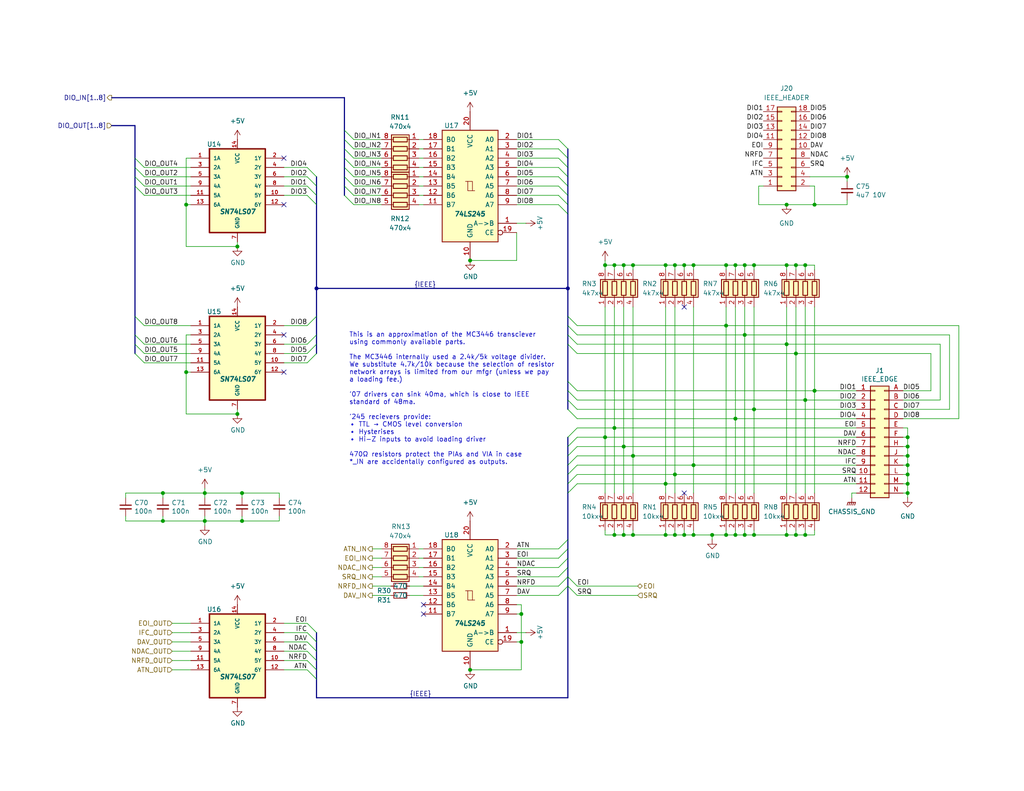
<source format=kicad_sch>
(kicad_sch (version 20231120) (generator "eeschema") (generator_version "8.0")
  (paper "A")
  (title_block (title "EconoPET 40/8096") (date "2023-10-01") (rev "A") (comment 1 "Unspecified resistors rated for 62.5mW or more") (comment 2 "Unspecified capacitors rated for 25V or more") (comment 3 "Signals with B-prefix are level-shifted from 3V3 to 5V"))
  (bus_alias "IEEE" (members "ATN" "EOI" "NDAC" "SRQ" "NRFD" "DAV" "IFC" "DIO8" "DIO1" "DIO2" "DIO3" "DIO4" "DIO5" "DIO6" "DIO7"))
  (bus_alias "IEEE_IN" (members "DAV_IN" "NRFD_IN" "NDAC_IN" "ATN_IN" "EOI_IN" "SRQ_IN"))
  (junction (at 247.65 132.08))
  (junction (at 128.27 71.12))
  (junction (at 222.25 106.68))
  (junction (at 184.15 129.54))
  (junction (at 247.65 129.54))
  (junction (at 189.23 127))
  (junction (at 44.45 134.62))
  (junction (at 200.66 72.39))
  (junction (at 214.63 72.39))
  (junction (at 66.04 134.62))
  (junction (at 205.74 111.76))
  (junction (at 167.64 116.84))
  (junction (at 214.63 93.98))
  (junction (at 167.64 72.39))
  (junction (at 86.36 78.74))
  (junction (at 247.65 127))
  (junction (at 189.23 146.05))
  (junction (at 184.15 146.05))
  (junction (at 64.77 67.31))
  (junction (at 50.8 101.6))
  (junction (at 170.18 146.05))
  (junction (at 247.65 121.92))
  (junction (at 217.17 72.39))
  (junction (at 247.65 134.62))
  (junction (at 198.12 146.05))
  (junction (at 231.14 48.26))
  (junction (at 55.88 142.24))
  (junction (at 128.27 182.88))
  (junction (at 205.74 146.05))
  (junction (at 200.66 146.05))
  (junction (at 203.2 91.44))
  (junction (at 181.61 146.05))
  (junction (at 165.1 119.38))
  (junction (at 181.61 72.39))
  (junction (at 142.24 175.26))
  (junction (at 172.72 146.05))
  (junction (at 66.04 142.24))
  (junction (at 167.64 146.05))
  (junction (at 154.94 78.74))
  (junction (at 64.77 113.03))
  (junction (at 214.63 146.05))
  (junction (at 170.18 72.39))
  (junction (at 203.2 72.39))
  (junction (at 214.63 55.88))
  (junction (at 219.71 72.39))
  (junction (at 198.12 72.39))
  (junction (at 170.18 121.92))
  (junction (at 142.24 167.64))
  (junction (at 203.2 146.05))
  (junction (at 200.66 114.3))
  (junction (at 181.61 132.08))
  (junction (at 247.65 119.38))
  (junction (at 172.72 124.46))
  (junction (at 194.31 146.05))
  (junction (at 222.25 55.88))
  (junction (at 186.69 72.39))
  (junction (at 217.17 146.05))
  (junction (at 189.23 72.39))
  (junction (at 186.69 146.05))
  (junction (at 217.17 96.52))
  (junction (at 247.65 124.46))
  (junction (at 219.71 146.05))
  (junction (at 184.15 72.39))
  (junction (at 172.72 72.39))
  (junction (at 219.71 109.22))
  (junction (at 205.74 72.39))
  (junction (at 50.8 55.88))
  (junction (at 44.45 142.24))
  (junction (at 165.1 72.39))
  (junction (at 198.12 88.9))
  (junction (at 55.88 134.62))
  (no_connect (at 77.47 91.44))
  (no_connect (at 77.47 101.6))
  (no_connect (at 77.47 55.88))
  (no_connect (at 77.47 43.18))
  (no_connect (at 186.69 83.82))
  (no_connect (at 115.57 165.1))
  (no_connect (at 115.57 167.64))
  (no_connect (at 186.69 134.62))
  (bus_entry (at 154.94 111.76) (size 2.54 2.54))
  (bus_entry (at 36.83 50.8) (size 2.54 2.54))
  (bus_entry (at 36.83 48.26) (size 2.54 2.54))
  (bus_entry (at 86.36 175.26) (size -2.54 -2.54))
  (bus_entry (at 36.83 86.36) (size 2.54 2.54))
  (bus_entry (at 152.4 55.88) (size 2.54 2.54))
  (bus_entry (at 152.4 38.1) (size 2.54 2.54))
  (bus_entry (at 154.94 127) (size 2.54 -2.54))
  (bus_entry (at 154.94 119.38) (size 2.54 -2.54))
  (bus_entry (at 93.98 43.18) (size 2.54 2.54))
  (bus_entry (at 152.4 40.64) (size 2.54 2.54))
  (bus_entry (at 154.94 132.08) (size 2.54 -2.54))
  (bus_entry (at 154.94 106.68) (size 2.54 2.54))
  (bus_entry (at 152.4 50.8) (size 2.54 2.54))
  (bus_entry (at 93.98 50.8) (size 2.54 2.54))
  (bus_entry (at 157.48 96.52) (size -2.54 -2.54))
  (bus_entry (at 152.4 43.18) (size 2.54 2.54))
  (bus_entry (at 93.98 53.34) (size 2.54 2.54))
  (bus_entry (at 93.98 38.1) (size 2.54 2.54))
  (bus_entry (at 86.36 48.26) (size -2.54 -2.54))
  (bus_entry (at 157.48 93.98) (size -2.54 -2.54))
  (bus_entry (at 152.4 45.72) (size 2.54 2.54))
  (bus_entry (at 36.83 93.98) (size 2.54 2.54))
  (bus_entry (at 154.94 152.4) (size -2.54 2.54))
  (bus_entry (at 83.82 93.98) (size 2.54 -2.54))
  (bus_entry (at 154.94 134.62) (size 2.54 -2.54))
  (bus_entry (at 86.36 180.34) (size -2.54 -2.54))
  (bus_entry (at 93.98 40.64) (size 2.54 2.54))
  (bus_entry (at 154.94 157.48) (size -2.54 2.54))
  (bus_entry (at 86.36 50.8) (size -2.54 -2.54))
  (bus_entry (at 93.98 45.72) (size 2.54 2.54))
  (bus_entry (at 154.94 121.92) (size 2.54 -2.54))
  (bus_entry (at 152.4 53.34) (size 2.54 2.54))
  (bus_entry (at 86.36 185.42) (size -2.54 -2.54))
  (bus_entry (at 36.83 45.72) (size 2.54 2.54))
  (bus_entry (at 86.36 86.36) (size -2.54 2.54))
  (bus_entry (at 93.98 48.26) (size 2.54 2.54))
  (bus_entry (at 36.83 96.52) (size 2.54 2.54))
  (bus_entry (at 154.94 147.32) (size -2.54 2.54))
  (bus_entry (at 86.36 55.88) (size -2.54 -2.54))
  (bus_entry (at 36.83 43.18) (size 2.54 2.54))
  (bus_entry (at 154.94 154.94) (size -2.54 2.54))
  (bus_entry (at 83.82 99.06) (size 2.54 -2.54))
  (bus_entry (at 86.36 182.88) (size -2.54 -2.54))
  (bus_entry (at 154.94 160.02) (size 2.54 2.54))
  (bus_entry (at 154.94 157.48) (size 2.54 2.54))
  (bus_entry (at 157.48 88.9) (size -2.54 -2.54))
  (bus_entry (at 86.36 53.34) (size -2.54 -2.54))
  (bus_entry (at 154.94 124.46) (size 2.54 -2.54))
  (bus_entry (at 86.36 93.98) (size -2.54 2.54))
  (bus_entry (at 86.36 177.8) (size -2.54 -2.54))
  (bus_entry (at 86.36 172.72) (size -2.54 -2.54))
  (bus_entry (at 93.98 35.56) (size 2.54 2.54))
  (bus_entry (at 152.4 48.26) (size 2.54 2.54))
  (bus_entry (at 154.94 149.86) (size -2.54 2.54))
  (bus_entry (at 36.83 91.44) (size 2.54 2.54))
  (bus_entry (at 154.94 109.22) (size 2.54 2.54))
  (bus_entry (at 154.94 129.54) (size 2.54 -2.54))
  (bus_entry (at 154.94 160.02) (size -2.54 2.54))
  (bus_entry (at 154.94 104.14) (size 2.54 2.54))
  (bus_entry (at 157.48 91.44) (size -2.54 -2.54))
  (wire (pts (xy 214.63 93.98) (xy 214.63 134.62)))
  (wire (pts (xy 157.48 93.98) (xy 214.63 93.98)))
  (wire (pts (xy 172.72 83.82) (xy 172.72 124.46)))
  (wire (pts (xy 246.38 132.08) (xy 247.65 132.08)))
  (wire (pts (xy 181.61 72.39) (xy 181.61 73.66)))
  (wire (pts (xy 203.2 91.44) (xy 157.48 91.44)))
  (wire (pts (xy 219.71 83.82) (xy 219.71 109.22)))
  (bus (pts (xy 154.94 149.86) (xy 154.94 152.4)))
  (wire (pts (xy 181.61 83.82) (xy 181.61 132.08)))
  (wire (pts (xy 198.12 88.9) (xy 157.48 88.9)))
  (wire (pts (xy 247.65 121.92) (xy 247.65 124.46)))
  (wire (pts (xy 231.14 48.26) (xy 231.14 49.53)))
  (wire (pts (xy 114.3 154.94) (xy 115.57 154.94)))
  (wire (pts (xy 205.74 146.05) (xy 214.63 146.05)))
  (wire (pts (xy 217.17 72.39) (xy 219.71 72.39)))
  (bus (pts (xy 86.36 91.44) (xy 86.36 93.98)))
  (wire (pts (xy 55.88 133.35) (xy 55.88 134.62)))
  (bus (pts (xy 154.94 152.4) (xy 154.94 154.94)))
  (wire (pts (xy 247.65 116.84) (xy 247.65 119.38)))
  (wire (pts (xy 76.2 134.62) (xy 76.2 135.89)))
  (wire (pts (xy 39.37 93.98) (xy 52.07 93.98)))
  (wire (pts (xy 219.71 72.39) (xy 222.25 72.39)))
  (bus (pts (xy 93.98 40.64) (xy 93.98 43.18)))
  (bus (pts (xy 154.94 124.46) (xy 154.94 127)))
  (bus (pts (xy 93.98 48.26) (xy 93.98 50.8)))
  (wire (pts (xy 167.64 116.84) (xy 167.64 134.62)))
  (wire (pts (xy 66.04 140.97) (xy 66.04 142.24)))
  (wire (pts (xy 157.48 132.08) (xy 181.61 132.08)))
  (bus (pts (xy 154.94 121.92) (xy 154.94 124.46)))
  (wire (pts (xy 200.66 83.82) (xy 200.66 114.3)))
  (bus (pts (xy 154.94 40.64) (xy 154.94 43.18)))
  (wire (pts (xy 172.72 124.46) (xy 233.68 124.46)))
  (wire (pts (xy 128.27 182.88) (xy 142.24 182.88)))
  (bus (pts (xy 86.36 86.36) (xy 86.36 91.44)))
  (wire (pts (xy 39.37 53.34) (xy 52.07 53.34)))
  (bus (pts (xy 154.94 104.14) (xy 154.94 106.68)))
  (wire (pts (xy 246.38 121.92) (xy 247.65 121.92)))
  (wire (pts (xy 189.23 127) (xy 233.68 127)))
  (wire (pts (xy 77.47 172.72) (xy 83.82 172.72)))
  (wire (pts (xy 203.2 146.05) (xy 205.74 146.05)))
  (wire (pts (xy 194.31 147.32) (xy 194.31 146.05)))
  (wire (pts (xy 96.52 38.1) (xy 104.14 38.1)))
  (wire (pts (xy 165.1 72.39) (xy 167.64 72.39)))
  (wire (pts (xy 214.63 83.82) (xy 214.63 93.98)))
  (wire (pts (xy 189.23 83.82) (xy 189.23 127)))
  (wire (pts (xy 157.48 124.46) (xy 172.72 124.46)))
  (wire (pts (xy 189.23 144.78) (xy 189.23 146.05)))
  (wire (pts (xy 44.45 140.97) (xy 44.45 142.24)))
  (wire (pts (xy 157.48 119.38) (xy 165.1 119.38)))
  (wire (pts (xy 246.38 109.22) (xy 256.54 109.22)))
  (wire (pts (xy 66.04 135.89) (xy 66.04 134.62)))
  (wire (pts (xy 39.37 88.9) (xy 52.07 88.9)))
  (wire (pts (xy 247.65 127) (xy 247.65 129.54)))
  (bus (pts (xy 36.83 91.44) (xy 36.83 93.98)))
  (wire (pts (xy 167.64 146.05) (xy 170.18 146.05)))
  (wire (pts (xy 172.72 124.46) (xy 172.72 134.62)))
  (wire (pts (xy 181.61 132.08) (xy 181.61 134.62)))
  (wire (pts (xy 44.45 134.62) (xy 55.88 134.62)))
  (bus (pts (xy 93.98 26.67) (xy 93.98 35.56)))
  (wire (pts (xy 217.17 96.52) (xy 254 96.52)))
  (bus (pts (xy 93.98 45.72) (xy 93.98 48.26)))
  (wire (pts (xy 83.82 177.8) (xy 77.47 177.8)))
  (wire (pts (xy 170.18 146.05) (xy 172.72 146.05)))
  (wire (pts (xy 219.71 144.78) (xy 219.71 146.05)))
  (bus (pts (xy 154.94 147.32) (xy 154.94 149.86)))
  (wire (pts (xy 172.72 144.78) (xy 172.72 146.05)))
  (bus (pts (xy 86.36 180.34) (xy 86.36 182.88)))
  (wire (pts (xy 261.62 114.3) (xy 261.62 88.9)))
  (wire (pts (xy 39.37 45.72) (xy 52.07 45.72)))
  (wire (pts (xy 142.24 167.64) (xy 142.24 175.26)))
  (wire (pts (xy 115.57 157.48) (xy 114.3 157.48)))
  (wire (pts (xy 39.37 50.8) (xy 52.07 50.8)))
  (wire (pts (xy 170.18 144.78) (xy 170.18 146.05)))
  (bus (pts (xy 86.36 55.88) (xy 86.36 78.74)))
  (bus (pts (xy 93.98 35.56) (xy 93.98 38.1)))
  (wire (pts (xy 140.97 162.56) (xy 152.4 162.56)))
  (wire (pts (xy 170.18 72.39) (xy 172.72 72.39)))
  (wire (pts (xy 259.08 111.76) (xy 259.08 91.44)))
  (wire (pts (xy 246.38 134.62) (xy 247.65 134.62)))
  (wire (pts (xy 114.3 40.64) (xy 115.57 40.64)))
  (wire (pts (xy 77.47 45.72) (xy 83.82 45.72)))
  (wire (pts (xy 46.99 172.72) (xy 52.07 172.72)))
  (wire (pts (xy 184.15 129.54) (xy 184.15 134.62)))
  (wire (pts (xy 246.38 129.54) (xy 247.65 129.54)))
  (wire (pts (xy 167.64 116.84) (xy 233.68 116.84)))
  (wire (pts (xy 142.24 175.26) (xy 142.24 182.88)))
  (bus (pts (xy 154.94 45.72) (xy 154.94 48.26)))
  (wire (pts (xy 219.71 109.22) (xy 233.68 109.22)))
  (wire (pts (xy 140.97 71.12) (xy 128.27 71.12)))
  (wire (pts (xy 140.97 152.4) (xy 152.4 152.4)))
  (bus (pts (xy 154.94 58.42) (xy 154.94 78.74)))
  (wire (pts (xy 96.52 55.88) (xy 104.14 55.88)))
  (bus (pts (xy 86.36 93.98) (xy 86.36 96.52)))
  (wire (pts (xy 140.97 63.5) (xy 140.97 71.12)))
  (bus (pts (xy 154.94 160.02) (xy 154.94 190.5)))
  (wire (pts (xy 246.38 124.46) (xy 247.65 124.46)))
  (wire (pts (xy 198.12 83.82) (xy 198.12 88.9)))
  (wire (pts (xy 198.12 146.05) (xy 200.66 146.05)))
  (bus (pts (xy 154.94 154.94) (xy 154.94 157.48)))
  (wire (pts (xy 203.2 91.44) (xy 203.2 134.62)))
  (wire (pts (xy 157.48 96.52) (xy 217.17 96.52)))
  (wire (pts (xy 165.1 73.66) (xy 165.1 72.39)))
  (wire (pts (xy 34.29 134.62) (xy 44.45 134.62)))
  (wire (pts (xy 66.04 142.24) (xy 55.88 142.24)))
  (wire (pts (xy 96.52 48.26) (xy 104.14 48.26)))
  (wire (pts (xy 114.3 38.1) (xy 115.57 38.1)))
  (wire (pts (xy 232.41 134.62) (xy 232.41 135.89)))
  (wire (pts (xy 207.01 50.8) (xy 208.28 50.8)))
  (wire (pts (xy 247.65 132.08) (xy 247.65 134.62)))
  (wire (pts (xy 198.12 88.9) (xy 198.12 134.62)))
  (wire (pts (xy 157.48 109.22) (xy 219.71 109.22)))
  (wire (pts (xy 246.38 114.3) (xy 261.62 114.3)))
  (bus (pts (xy 86.36 78.74) (xy 86.36 86.36)))
  (wire (pts (xy 83.82 96.52) (xy 77.47 96.52)))
  (wire (pts (xy 77.47 93.98) (xy 83.82 93.98)))
  (wire (pts (xy 203.2 144.78) (xy 203.2 146.05)))
  (wire (pts (xy 76.2 142.24) (xy 66.04 142.24)))
  (wire (pts (xy 140.97 165.1) (xy 142.24 165.1)))
  (wire (pts (xy 222.25 72.39) (xy 222.25 73.66)))
  (wire (pts (xy 39.37 99.06) (xy 52.07 99.06)))
  (wire (pts (xy 167.64 72.39) (xy 170.18 72.39)))
  (wire (pts (xy 96.52 53.34) (xy 104.14 53.34)))
  (wire (pts (xy 96.52 50.8) (xy 104.14 50.8)))
  (wire (pts (xy 181.61 132.08) (xy 233.68 132.08)))
  (wire (pts (xy 96.52 40.64) (xy 104.14 40.64)))
  (bus (pts (xy 36.83 34.29) (xy 36.83 43.18)))
  (wire (pts (xy 205.74 72.39) (xy 214.63 72.39)))
  (bus (pts (xy 154.94 55.88) (xy 154.94 58.42)))
  (wire (pts (xy 246.38 106.68) (xy 254 106.68)))
  (wire (pts (xy 200.66 114.3) (xy 200.66 134.62)))
  (wire (pts (xy 217.17 144.78) (xy 217.17 146.05)))
  (bus (pts (xy 93.98 50.8) (xy 93.98 53.34)))
  (wire (pts (xy 50.8 43.18) (xy 50.8 55.88)))
  (wire (pts (xy 205.74 83.82) (xy 205.74 111.76)))
  (bus (pts (xy 36.83 93.98) (xy 36.83 96.52)))
  (wire (pts (xy 184.15 129.54) (xy 233.68 129.54)))
  (bus (pts (xy 36.83 86.36) (xy 36.83 91.44)))
  (wire (pts (xy 205.74 111.76) (xy 205.74 134.62)))
  (wire (pts (xy 140.97 157.48) (xy 152.4 157.48)))
  (wire (pts (xy 219.71 146.05) (xy 222.25 146.05)))
  (wire (pts (xy 247.65 124.46) (xy 247.65 127)))
  (bus (pts (xy 154.94 78.74) (xy 154.94 86.36)))
  (wire (pts (xy 214.63 55.88) (xy 222.25 55.88)))
  (wire (pts (xy 261.62 88.9) (xy 198.12 88.9)))
  (wire (pts (xy 34.29 142.24) (xy 34.29 140.97)))
  (bus (pts (xy 36.83 48.26) (xy 36.83 50.8)))
  (wire (pts (xy 207.01 55.88) (xy 207.01 50.8)))
  (wire (pts (xy 231.14 54.61) (xy 231.14 55.88)))
  (bus (pts (xy 154.94 86.36) (xy 154.94 88.9)))
  (wire (pts (xy 157.48 116.84) (xy 167.64 116.84)))
  (bus (pts (xy 36.83 50.8) (xy 36.83 86.36)))
  (wire (pts (xy 140.97 172.72) (xy 143.51 172.72)))
  (wire (pts (xy 115.57 50.8) (xy 114.3 50.8)))
  (wire (pts (xy 165.1 119.38) (xy 165.1 134.62)))
  (wire (pts (xy 140.97 55.88) (xy 152.4 55.88)))
  (wire (pts (xy 140.97 149.86) (xy 152.4 149.86)))
  (wire (pts (xy 34.29 142.24) (xy 44.45 142.24)))
  (bus (pts (xy 86.36 78.74) (xy 154.94 78.74)))
  (wire (pts (xy 140.97 154.94) (xy 152.4 154.94)))
  (wire (pts (xy 83.82 99.06) (xy 77.47 99.06)))
  (wire (pts (xy 181.61 146.05) (xy 184.15 146.05)))
  (wire (pts (xy 222.25 106.68) (xy 233.68 106.68)))
  (wire (pts (xy 246.38 127) (xy 247.65 127)))
  (wire (pts (xy 184.15 144.78) (xy 184.15 146.05)))
  (wire (pts (xy 104.14 154.94) (xy 101.6 154.94)))
  (wire (pts (xy 140.97 60.96) (xy 143.51 60.96)))
  (wire (pts (xy 222.25 106.68) (xy 222.25 134.62)))
  (wire (pts (xy 246.38 119.38) (xy 247.65 119.38)))
  (wire (pts (xy 140.97 53.34) (xy 152.4 53.34)))
  (wire (pts (xy 55.88 135.89) (xy 55.88 134.62)))
  (bus (pts (xy 86.36 53.34) (xy 86.36 55.88)))
  (wire (pts (xy 170.18 83.82) (xy 170.18 121.92)))
  (wire (pts (xy 142.24 165.1) (xy 142.24 167.64)))
  (bus (pts (xy 154.94 43.18) (xy 154.94 45.72)))
  (wire (pts (xy 157.48 127) (xy 189.23 127)))
  (bus (pts (xy 154.94 119.38) (xy 154.94 121.92)))
  (wire (pts (xy 247.65 119.38) (xy 247.65 121.92)))
  (wire (pts (xy 220.98 50.8) (xy 222.25 50.8)))
  (bus (pts (xy 86.36 182.88) (xy 86.36 185.42)))
  (wire (pts (xy 198.12 72.39) (xy 198.12 73.66)))
  (wire (pts (xy 189.23 72.39) (xy 198.12 72.39)))
  (bus (pts (xy 154.94 53.34) (xy 154.94 55.88)))
  (wire (pts (xy 140.97 50.8) (xy 152.4 50.8)))
  (wire (pts (xy 232.41 134.62) (xy 233.68 134.62)))
  (wire (pts (xy 205.74 144.78) (xy 205.74 146.05)))
  (wire (pts (xy 165.1 71.12) (xy 165.1 72.39)))
  (wire (pts (xy 205.74 72.39) (xy 205.74 73.66)))
  (wire (pts (xy 165.1 119.38) (xy 233.68 119.38)))
  (wire (pts (xy 157.48 121.92) (xy 170.18 121.92)))
  (wire (pts (xy 203.2 72.39) (xy 205.74 72.39)))
  (wire (pts (xy 189.23 127) (xy 189.23 134.62)))
  (wire (pts (xy 186.69 72.39) (xy 186.69 73.66)))
  (wire (pts (xy 77.47 170.18) (xy 83.82 170.18)))
  (wire (pts (xy 214.63 72.39) (xy 214.63 73.66)))
  (wire (pts (xy 115.57 55.88) (xy 114.3 55.88)))
  (bus (pts (xy 86.36 185.42) (xy 86.36 190.5)))
  (bus (pts (xy 154.94 93.98) (xy 154.94 104.14)))
  (wire (pts (xy 200.66 72.39) (xy 200.66 73.66)))
  (wire (pts (xy 167.64 83.82) (xy 167.64 116.84)))
  (wire (pts (xy 142.24 175.26) (xy 140.97 175.26)))
  (wire (pts (xy 50.8 55.88) (xy 50.8 67.31)))
  (bus (pts (xy 36.83 45.72) (xy 36.83 48.26)))
  (bus (pts (xy 154.94 48.26) (xy 154.94 50.8)))
  (wire (pts (xy 181.61 144.78) (xy 181.61 146.05)))
  (wire (pts (xy 50.8 67.31) (xy 64.77 67.31)))
  (wire (pts (xy 114.3 152.4) (xy 115.57 152.4)))
  (wire (pts (xy 39.37 48.26) (xy 52.07 48.26)))
  (wire (pts (xy 111.76 162.56) (xy 115.57 162.56)))
  (wire (pts (xy 189.23 72.39) (xy 189.23 73.66)))
  (wire (pts (xy 256.54 93.98) (xy 256.54 109.22)))
  (wire (pts (xy 165.1 83.82) (xy 165.1 119.38)))
  (wire (pts (xy 77.47 180.34) (xy 83.82 180.34)))
  (bus (pts (xy 93.98 43.18) (xy 93.98 45.72)))
  (wire (pts (xy 157.48 106.68) (xy 222.25 106.68)))
  (wire (pts (xy 66.04 134.62) (xy 76.2 134.62)))
  (wire (pts (xy 203.2 83.82) (xy 203.2 91.44)))
  (bus (pts (xy 36.83 43.18) (xy 36.83 45.72)))
  (wire (pts (xy 214.63 93.98) (xy 256.54 93.98)))
  (wire (pts (xy 167.64 72.39) (xy 167.64 73.66)))
  (wire (pts (xy 247.65 129.54) (xy 247.65 132.08)))
  (bus (pts (xy 154.94 91.44) (xy 154.94 93.98)))
  (wire (pts (xy 198.12 144.78) (xy 198.12 146.05)))
  (wire (pts (xy 186.69 72.39) (xy 189.23 72.39)))
  (bus (pts (xy 86.36 50.8) (xy 86.36 53.34)))
  (wire (pts (xy 205.74 111.76) (xy 233.68 111.76)))
  (wire (pts (xy 247.65 134.62) (xy 247.65 135.89)))
  (wire (pts (xy 50.8 91.44) (xy 50.8 101.6)))
  (wire (pts (xy 189.23 146.05) (xy 194.31 146.05)))
  (wire (pts (xy 214.63 144.78) (xy 214.63 146.05)))
  (bus (pts (xy 154.94 132.08) (xy 154.94 134.62)))
  (wire (pts (xy 83.82 50.8) (xy 77.47 50.8)))
  (wire (pts (xy 157.48 114.3) (xy 200.66 114.3)))
  (wire (pts (xy 157.48 162.56) (xy 173.99 162.56)))
  (wire (pts (xy 64.77 113.03) (xy 64.77 111.76)))
  (wire (pts (xy 165.1 146.05) (xy 167.64 146.05)))
  (wire (pts (xy 157.48 160.02) (xy 173.99 160.02)))
  (wire (pts (xy 170.18 121.92) (xy 170.18 134.62)))
  (wire (pts (xy 76.2 140.97) (xy 76.2 142.24)))
  (wire (pts (xy 52.07 43.18) (xy 50.8 43.18)))
  (wire (pts (xy 46.99 177.8) (xy 52.07 177.8)))
  (wire (pts (xy 184.15 72.39) (xy 186.69 72.39)))
  (wire (pts (xy 140.97 40.64) (xy 152.4 40.64)))
  (wire (pts (xy 77.47 53.34) (xy 83.82 53.34)))
  (wire (pts (xy 44.45 142.24) (xy 55.88 142.24)))
  (wire (pts (xy 181.61 72.39) (xy 184.15 72.39)))
  (wire (pts (xy 172.72 72.39) (xy 172.72 73.66)))
  (wire (pts (xy 259.08 91.44) (xy 203.2 91.44)))
  (wire (pts (xy 96.52 45.72) (xy 104.14 45.72)))
  (wire (pts (xy 140.97 43.18) (xy 152.4 43.18)))
  (bus (pts (xy 86.36 172.72) (xy 86.36 175.26)))
  (wire (pts (xy 114.3 43.18) (xy 115.57 43.18)))
  (bus (pts (xy 154.94 88.9) (xy 154.94 91.44)))
  (wire (pts (xy 44.45 135.89) (xy 44.45 134.62)))
  (wire (pts (xy 55.88 134.62) (xy 66.04 134.62)))
  (wire (pts (xy 52.07 91.44) (xy 50.8 91.44)))
  (wire (pts (xy 214.63 72.39) (xy 217.17 72.39)))
  (wire (pts (xy 222.25 146.05) (xy 222.25 144.78)))
  (wire (pts (xy 184.15 83.82) (xy 184.15 129.54)))
  (wire (pts (xy 217.17 72.39) (xy 217.17 73.66)))
  (wire (pts (xy 165.1 144.78) (xy 165.1 146.05)))
  (bus (pts (xy 154.94 127) (xy 154.94 129.54)))
  (wire (pts (xy 217.17 83.82) (xy 217.17 96.52)))
  (wire (pts (xy 170.18 72.39) (xy 170.18 73.66)))
  (wire (pts (xy 157.48 111.76) (xy 205.74 111.76)))
  (wire (pts (xy 114.3 149.86) (xy 115.57 149.86)))
  (wire (pts (xy 140.97 38.1) (xy 152.4 38.1)))
  (wire (pts (xy 104.14 149.86) (xy 101.6 149.86)))
  (wire (pts (xy 114.3 48.26) (xy 115.57 48.26)))
  (wire (pts (xy 203.2 72.39) (xy 203.2 73.66)))
  (wire (pts (xy 219.71 109.22) (xy 219.71 134.62)))
  (wire (pts (xy 106.68 162.56) (xy 101.6 162.56)))
  (bus (pts (xy 154.94 50.8) (xy 154.94 53.34)))
  (wire (pts (xy 64.77 67.31) (xy 64.77 66.04)))
  (wire (pts (xy 219.71 72.39) (xy 219.71 73.66)))
  (wire (pts (xy 142.24 167.64) (xy 140.97 167.64)))
  (wire (pts (xy 114.3 53.34) (xy 115.57 53.34)))
  (wire (pts (xy 220.98 48.26) (xy 231.14 48.26)))
  (bus (pts (xy 86.36 177.8) (xy 86.36 180.34)))
  (wire (pts (xy 172.72 146.05) (xy 181.61 146.05)))
  (wire (pts (xy 46.99 170.18) (xy 52.07 170.18)))
  (wire (pts (xy 200.66 114.3) (xy 233.68 114.3)))
  (wire (pts (xy 115.57 45.72) (xy 114.3 45.72)))
  (wire (pts (xy 184.15 146.05) (xy 186.69 146.05)))
  (wire (pts (xy 214.63 146.05) (xy 217.17 146.05)))
  (wire (pts (xy 170.18 121.92) (xy 233.68 121.92)))
  (wire (pts (xy 200.66 72.39) (xy 203.2 72.39)))
  (wire (pts (xy 246.38 111.76) (xy 259.08 111.76)))
  (wire (pts (xy 55.88 140.97) (xy 55.88 142.24)))
  (wire (pts (xy 115.57 160.02) (xy 111.76 160.02)))
  (wire (pts (xy 214.63 55.88) (xy 207.01 55.88)))
  (wire (pts (xy 140.97 48.26) (xy 152.4 48.26)))
  (wire (pts (xy 50.8 113.03) (xy 64.77 113.03)))
  (wire (pts (xy 172.72 72.39) (xy 181.61 72.39)))
  (wire (pts (xy 198.12 72.39) (xy 200.66 72.39)))
  (wire (pts (xy 254 96.52) (xy 254 106.68)))
  (bus (pts (xy 154.94 106.68) (xy 154.94 109.22)))
  (wire (pts (xy 77.47 88.9) (xy 83.82 88.9)))
  (wire (pts (xy 83.82 48.26) (xy 77.47 48.26)))
  (wire (pts (xy 106.68 160.02) (xy 101.6 160.02)))
  (wire (pts (xy 140.97 160.02) (xy 152.4 160.02)))
  (wire (pts (xy 46.99 182.88) (xy 52.07 182.88)))
  (wire (pts (xy 46.99 180.34) (xy 52.07 180.34)))
  (wire (pts (xy 222.25 83.82) (xy 222.25 106.68)))
  (wire (pts (xy 46.99 175.26) (xy 52.07 175.26)))
  (bus (pts (xy 30.48 26.67) (xy 93.98 26.67)))
  (wire (pts (xy 83.82 182.88) (xy 77.47 182.88)))
  (wire (pts (xy 246.38 116.84) (xy 247.65 116.84)))
  (wire (pts (xy 217.17 96.52) (xy 217.17 134.62)))
  (wire (pts (xy 104.14 157.48) (xy 101.6 157.48)))
  (bus (pts (xy 154.94 134.62) (xy 154.94 147.32)))
  (wire (pts (xy 217.17 146.05) (xy 219.71 146.05)))
  (wire (pts (xy 96.52 43.18) (xy 104.14 43.18)))
  (bus (pts (xy 154.94 109.22) (xy 154.94 111.76)))
  (bus (pts (xy 30.48 34.29) (xy 36.83 34.29)))
  (wire (pts (xy 186.69 146.05) (xy 189.23 146.05)))
  (wire (pts (xy 157.48 129.54) (xy 184.15 129.54)))
  (wire (pts (xy 50.8 55.88) (xy 52.07 55.88)))
  (wire (pts (xy 50.8 101.6) (xy 50.8 113.03)))
  (wire (pts (xy 140.97 45.72) (xy 152.4 45.72)))
  (wire (pts (xy 50.8 101.6) (xy 52.07 101.6)))
  (wire (pts (xy 34.29 135.89) (xy 34.29 134.62)))
  (wire (pts (xy 184.15 72.39) (xy 184.15 73.66)))
  (wire (pts (xy 167.64 144.78) (xy 167.64 146.05)))
  (bus (pts (xy 93.98 38.1) (xy 93.98 40.64)))
  (bus (pts (xy 154.94 190.5) (xy 86.36 190.5)))
  (wire (pts (xy 186.69 144.78) (xy 186.69 146.05)))
  (wire (pts (xy 200.66 146.05) (xy 203.2 146.05)))
  (wire (pts (xy 83.82 175.26) (xy 77.47 175.26)))
  (bus (pts (xy 154.94 157.48) (xy 154.94 160.02)))
  (bus (pts (xy 86.36 175.26) (xy 86.36 177.8)))
  (wire (pts (xy 39.37 96.52) (xy 52.07 96.52)))
  (bus (pts (xy 154.94 129.54) (xy 154.94 132.08)))
  (wire (pts (xy 104.14 152.4) (xy 101.6 152.4)))
  (wire (pts (xy 222.25 50.8) (xy 222.25 55.88)))
  (wire (pts (xy 55.88 143.51) (xy 55.88 142.24)))
  (wire (pts (xy 200.66 144.78) (xy 200.66 146.05)))
  (wire (pts (xy 194.31 146.05) (xy 198.12 146.05)))
  (wire (pts (xy 222.25 55.88) (xy 231.14 55.88)))
  (bus (pts (xy 86.36 48.26) (xy 86.36 50.8)))
  (text "This is an approximation of the MC3446 transciever\nusing commonly available parts.\n\nThe MC3446 internally used a 2.4k/5k voltage divider.\nWe substitute 4.7k/10k because the selection of resistor\nnetwork arrays is limited from our mfgr (unless we pay\na loading fee.)\n\n'07 drivers can sink 40ma, which is close to IEEE\nstandard of 48ma.\n\n'245 recievers provide:\n• TTL → CMOS level conversion\n• Hysterises\n• Hi-Z inputs to avoid loading driver\n\n470Ω resistors protect the PIAs and VIA in case\n*_IN are accidentally configured as outputs." (at 95.25 127 0) (effects (font (size 1.27 1.27)) (justify left bottom)))
  (label "DIO7" (at 220.98 35.56 0))
  (label "DIO_IN6" (at 96.52 50.8 0))
  (label "DIO6" (at 140.97 50.8 0))
  (label "ATN" (at 208.28 48.26 180))
  (label "DIO6" (at 220.98 33.02 0))
  (label "DIO3" (at 233.68 111.76 180))
  (label "DIO1" (at 83.82 50.8 180))
  (label "DIO_IN3" (at 96.52 43.18 0))
  (label "DIO_OUT5" (at 39.37 96.52 0))
  (label "DIO1" (at 140.97 38.1 0))
  (label "IFC" (at 208.28 45.72 180))
  (label "DIO3" (at 83.82 53.34 180))
  (label "DIO1" (at 208.28 30.48 180))
  (label "DIO_IN8" (at 96.52 55.88 0))
  (label "DIO6" (at 83.82 93.98 180))
  (label "ATN" (at 233.68 132.08 180))
  (label "SRQ" (at 220.98 45.72 0))
  (label "DIO4" (at 233.68 114.3 180))
  (label "DIO_IN1" (at 96.52 38.1 0))
  (label "{IEEE}" (at 113.03 78.74 0))
  (label "DIO_OUT4" (at 39.37 45.72 0))
  (label "EOI" (at 140.97 152.4 0))
  (label "DIO4" (at 208.28 38.1 180))
  (label "{IEEE}" (at 111.76 190.5 0))
  (label "NRFD" (at 83.82 180.34 180))
  (label "DIO4" (at 140.97 45.72 0))
  (label "EOI" (at 83.82 170.18 180))
  (label "NDAC" (at 83.82 177.8 180))
  (label "DIO_OUT2" (at 39.37 48.26 0))
  (label "EOI" (at 208.28 40.64 180))
  (label "DIO6" (at 246.38 109.22 0))
  (label "NRFD" (at 233.68 121.92 180))
  (label "DIO_OUT3" (at 39.37 53.34 0))
  (label "DIO3" (at 208.28 35.56 180))
  (label "DIO3" (at 140.97 43.18 0))
  (label "IFC" (at 233.68 127 180))
  (label "IFC" (at 83.82 172.72 180))
  (label "DIO8" (at 140.97 55.88 0))
  (label "NDAC" (at 140.97 154.94 0))
  (label "SRQ" (at 157.48 162.56 0))
  (label "DIO_IN7" (at 96.52 53.34 0))
  (label "DIO_OUT7" (at 39.37 99.06 0))
  (label "DIO5" (at 140.97 48.26 0))
  (label "DAV" (at 220.98 40.64 0))
  (label "SRQ" (at 140.97 157.48 0))
  (label "NRFD" (at 140.97 160.02 0))
  (label "SRQ" (at 233.68 129.54 180))
  (label "ATN" (at 83.82 182.88 180))
  (label "DIO_IN5" (at 96.52 48.26 0))
  (label "NDAC" (at 233.68 124.46 180))
  (label "DIO_OUT8" (at 39.37 88.9 0))
  (label "DAV" (at 83.82 175.26 180))
  (label "DIO_IN2" (at 96.52 40.64 0))
  (label "ATN" (at 140.97 149.86 0))
  (label "DIO8" (at 83.82 88.9 180))
  (label "DIO5" (at 220.98 30.48 0))
  (label "DAV" (at 233.68 119.38 180))
  (label "DIO8" (at 246.38 114.3 0))
  (label "NDAC" (at 220.98 43.18 0))
  (label "DIO2" (at 83.82 48.26 180))
  (label "DIO_IN4" (at 96.52 45.72 0))
  (label "DIO_OUT6" (at 39.37 93.98 0))
  (label "DIO2" (at 233.68 109.22 180))
  (label "DIO8" (at 220.98 38.1 0))
  (label "DIO7" (at 83.82 99.06 180))
  (label "DIO7" (at 140.97 53.34 0))
  (label "DIO5" (at 83.82 96.52 180))
  (label "DIO_OUT1" (at 39.37 50.8 0))
  (label "NRFD" (at 208.28 43.18 180))
  (label "DIO2" (at 208.28 33.02 180))
  (label "DIO2" (at 140.97 40.64 0))
  (label "DIO4" (at 83.82 45.72 180))
  (label "DIO1" (at 233.68 106.68 180))
  (label "DAV" (at 140.97 162.56 0))
  (label "EOI" (at 157.48 160.02 0))
  (label "DIO7" (at 246.38 111.76 0))
  (label "EOI" (at 233.68 116.84 180))
  (label "DIO5" (at 246.38 106.68 0))
  (hierarchical_label "NRFD_OUT" (shape input) (at 46.99 180.34 180))
  (hierarchical_label "SRQ" (shape input) (at 173.99 162.56 0))
  (hierarchical_label "ATN_OUT" (shape input) (at 46.99 182.88 180))
  (hierarchical_label "EOI" (shape bidirectional) (at 173.99 160.02 0))
  (hierarchical_label "EOI_OUT" (shape input) (at 46.99 170.18 180))
  (hierarchical_label "NDAC_IN" (shape output) (at 101.6 154.94 180))
  (hierarchical_label "IFC_OUT" (shape input) (at 46.99 172.72 180))
  (hierarchical_label "DIO_IN[1..8]" (shape output) (at 30.48 26.67 180))
  (hierarchical_label "SRQ_IN" (shape output) (at 101.6 157.48 180))
  (hierarchical_label "NDAC_OUT" (shape input) (at 46.99 177.8 180))
  (hierarchical_label "NRFD_IN" (shape output) (at 101.6 160.02 180))
  (hierarchical_label "DAV_OUT" (shape input) (at 46.99 175.26 180))
  (hierarchical_label "ATN_IN" (shape output) (at 101.6 149.86 180))
  (hierarchical_label "DIO_OUT[1..8]" (shape input) (at 30.48 34.29 180))
  (hierarchical_label "EOI_IN" (shape output) (at 101.6 152.4 180))
  (hierarchical_label "DAV_IN" (shape output) (at 101.6 162.56 180))
  (symbol (lib_id "74xx:74LS245") (at 128.27 50.8 0) (mirror y) (unit 1)
    (property "Reference" "U17" (at 123.19 34.29 0))
    (property "Value" "74LS245" (at 128.27 58.42 0) (effects (font (bold yes) (italic yes))))
    (property "Footprint" "Package_SO:SOIC-20W_7.5x12.8mm_P1.27mm" (effects (hide yes)))
    (property "Datasheet" "https://www.lcsc.com/datasheet/lcsc_datasheet_1810010228_Texas-Instruments-SN74LS245DWR_C129580.pdf" (effects (hide yes)))
    (property "LCSC" "C129580" (effects (hide yes)))
  )
  (symbol (lib_id "74xx:74LS245") (at 128.27 162.56 0) (mirror y) (unit 1)
    (property "Reference" "U18" (at 123.19 146.05 0))
    (property "Value" "74LS245" (at 128.27 170.18 0) (effects (font (bold yes) (italic yes))))
    (property "Footprint" "Package_SO:SOIC-20W_7.5x12.8mm_P1.27mm" (effects (hide yes)))
    (property "Datasheet" "https://www.lcsc.com/datasheet/lcsc_datasheet_1810010228_Texas-Instruments-SN74LS245DWR_C129580.pdf" (effects (hide yes)))
    (property "LCSC" "C129580" (effects (hide yes)))
  )
  (symbol (lib_id "EconoPET:SN74LS07") (at 69.85 182.88 0) (unit 1)
    (property "Reference" "U16" (at 58.42 166.37 0))
    (property "Value" "SN74LS07" (at 64.77 184.785 0) (effects (font (bold yes) (italic yes))))
    (property "Footprint" "Package_SO:SOIC-14_3.9x8.7mm_P1.27mm" (effects (hide yes)))
    (property "Datasheet" "https://www.lcsc.com/datasheet/lcsc_datasheet_2404261406_XINLUDA-XL74LS07_C513513.pdf" (effects (hide yes)))
    (property "LCSC" "C513513" (effects (hide yes)))
  )
  (symbol (lib_id "Device:C_Small") (at 34.29 138.43 0) (unit 1)
    (property "Reference" "C70" (at 36.6268 137.2616 0) (effects (justify left)))
    (property "Value" "100n" (at 36.6268 139.573 0) (effects (justify left)))
    (property "Footprint" "Capacitor_SMD:C_0402_1005Metric" (effects (hide yes)))
    (property "Datasheet" "https://product.samsungsem.com/mlcc/CL05B104KB54PN.do" (effects (hide yes)))
    (property "LCSC" "C307331" (effects (hide yes)))
  )
  (symbol (lib_id "Device:C_Small") (at 44.45 138.43 0) (unit 1)
    (property "Reference" "C71" (at 46.7868 137.2616 0) (effects (justify left)))
    (property "Value" "100n" (at 46.7868 139.573 0) (effects (justify left)))
    (property "Footprint" "Capacitor_SMD:C_0402_1005Metric" (effects (hide yes)))
    (property "Datasheet" "https://product.samsungsem.com/mlcc/CL05B104KB54PN.do" (effects (hide yes)))
    (property "LCSC" "C307331" (effects (hide yes)))
  )
  (symbol (lib_id "Device:C_Small") (at 55.88 138.43 0) (unit 1)
    (property "Reference" "C72" (at 58.2168 137.2616 0) (effects (justify left)))
    (property "Value" "100n" (at 58.2168 139.573 0) (effects (justify left)))
    (property "Footprint" "Capacitor_SMD:C_0402_1005Metric" (effects (hide yes)))
    (property "Datasheet" "https://product.samsungsem.com/mlcc/CL05B104KB54PN.do" (effects (hide yes)))
    (property "LCSC" "C307331" (effects (hide yes)))
  )
  (symbol (lib_id "Device:C_Small") (at 66.04 138.43 0) (unit 1)
    (property "Reference" "C73" (at 68.3768 137.2616 0) (effects (justify left)))
    (property "Value" "100n" (at 68.3768 139.573 0) (effects (justify left)))
    (property "Footprint" "Capacitor_SMD:C_0402_1005Metric" (effects (hide yes)))
    (property "Datasheet" "https://product.samsungsem.com/mlcc/CL05B104KB54PN.do" (effects (hide yes)))
    (property "LCSC" "C307331" (effects (hide yes)))
  )
  (symbol (lib_id "Device:C_Small") (at 76.2 138.43 0) (unit 1)
    (property "Reference" "C74" (at 78.5368 137.2616 0) (effects (justify left)))
    (property "Value" "100n" (at 78.5368 139.573 0) (effects (justify left)))
    (property "Footprint" "Capacitor_SMD:C_0402_1005Metric" (effects (hide yes)))
    (property "Datasheet" "https://product.samsungsem.com/mlcc/CL05B104KB54PN.do" (effects (hide yes)))
    (property "LCSC" "C307331" (effects (hide yes)))
  )
  (symbol (lib_id "EconoPET:CBM_PET_IEEE_Conn_02x12_Card_Edge") (at 238.76 119.38 0) (unit 1)
    (property "Reference" "J1" (at 240.03 101.1682 0))
    (property "Value" "IEEE_EDGE" (at 240.03 103.4796 0))
    (property "Footprint" "EconoPET:CBM_PET_IEEE_EDGE_CON_24P" (effects (hide yes)))
  )
  (symbol (lib_id "EconoPET:SN74LS07") (at 69.85 101.6 0) (unit 1)
    (property "Reference" "U15" (at 58.42 85.09 0))
    (property "Value" "SN74LS07" (at 64.77 103.505 0) (effects (font (bold yes) (italic yes))))
    (property "Footprint" "Package_SO:SOIC-14_3.9x8.7mm_P1.27mm" (effects (hide yes)))
    (property "Datasheet" "https://www.lcsc.com/datasheet/lcsc_datasheet_2404261406_XINLUDA-XL74LS07_C513513.pdf" (effects (hide yes)))
    (property "LCSC" "C513513" (effects (hide yes)))
  )
  (symbol (lib_id "EconoPET:SN74LS07") (at 69.85 55.88 0) (unit 1)
    (property "Reference" "U14" (at 58.42 39.37 0))
    (property "Value" "SN74LS07" (at 64.77 57.785 0) (effects (font (bold yes) (italic yes))))
    (property "Footprint" "Package_SO:SOIC-14_3.9x8.7mm_P1.27mm" (effects (hide yes)))
    (property "Datasheet" "https://www.lcsc.com/datasheet/lcsc_datasheet_2404261406_XINLUDA-XL74LS07_C513513.pdf" (effects (hide yes)))
    (property "LCSC" "C513513" (effects (hide yes)))
  )
  (symbol (lib_id "Device:R_Small") (at 109.22 160.02 270) (unit 1)
    (property "Reference" "R30" (at 102.87 161.29 90) (effects (justify left)))
    (property "Value" "470" (at 107.315 160.02 90) (effects (justify left)))
    (property "Footprint" "Resistor_SMD:R_0402_1005Metric" (effects (hide yes)))
    (property "Datasheet" "https://www.lcsc.com/datasheet/lcsc_datasheet_2205311900_UNI-ROYAL-Uniroyal-Elec-0402WGF4700TCE_C25117.pdf" (effects (hide yes)))
    (property "LCSC" "C25117" (effects (hide yes)))
  )
  (symbol (lib_id "power:+5V") (at 143.51 172.72 270) (unit 1)
    (property "Reference" "#PWR0110" (effects (hide yes)))
    (property "Value" "+5V" (at 147.32 172.7199 0))
    (property "Description" "Power symbol creates a global label with name \"+5V\"" (effects (hide yes)))
  )
  (symbol (lib_id "power:+5V") (at 165.1 71.12 0) (unit 1)
    (property "Reference" "#PWR0111" (effects (hide yes)))
    (property "Value" "+5V" (at 165.1 66.04 0))
    (property "Description" "Power symbol creates a global label with name \"+5V\"" (effects (hide yes)))
  )
  (symbol (lib_id "Device:R_Pack04") (at 109.22 53.34 90) (mirror x) (unit 1)
    (property "Reference" "RN12" (at 111.76 59.69 90) (effects (justify left)))
    (property "Value" "470x4" (at 112.268 62.23 90) (effects (justify left)))
    (property "Footprint" "Resistor_SMD:R_Array_Convex_4x0603" (effects (hide yes)))
    (property "Datasheet" "https://jlcpcb.com/api/file/downloadByFileSystemAccessId/8557935083618123776" (effects (hide yes)))
    (property "Description" "4 resistor network, parallel topology" (effects (hide yes)))
    (property "LCSC" "C25510" (effects (hide yes)))
  )
  (symbol (lib_id "Device:R_Pack04") (at 170.18 139.7 0) (unit 1)
    (property "Reference" "RN4" (at 158.75 138.43 0) (effects (justify left)))
    (property "Value" "10kx4" (at 158.75 140.97 0) (effects (justify left)))
    (property "Footprint" "Resistor_SMD:R_Array_Convex_4x0603" (effects (hide yes)))
    (property "Datasheet" "https://www.lcsc.com/datasheet/lcsc_datasheet_2304140030_UNI-ROYAL-Uniroyal-Elec-4D03WGJ0103T5E_C29718.pdf" (effects (hide yes)))
    (property "Description" "4 resistor network, parallel topology" (effects (hide yes)))
    (property "LCSC" "C29718" (effects (hide yes)))
  )
  (symbol (lib_id "Device:R_Pack04") (at 219.71 139.7 0) (unit 1)
    (property "Reference" "RN8" (at 208.28 138.43 0) (effects (justify left)))
    (property "Value" "10kx4" (at 208.28 140.97 0) (effects (justify left)))
    (property "Footprint" "Resistor_SMD:R_Array_Convex_4x0603" (effects (hide yes)))
    (property "Datasheet" "https://www.lcsc.com/datasheet/lcsc_datasheet_2304140030_UNI-ROYAL-Uniroyal-Elec-4D03WGJ0103T5E_C29718.pdf" (effects (hide yes)))
    (property "Description" "4 resistor network, parallel topology" (effects (hide yes)))
    (property "LCSC" "C29718" (effects (hide yes)))
  )
  (symbol (lib_id "power:+5V") (at 64.77 165.1 0) (unit 1)
    (property "Reference" "#PWR0103" (effects (hide yes)))
    (property "Value" "+5V" (at 64.77 160.02 0))
    (property "Description" "Power symbol creates a global label with name \"+5V\"" (effects (hide yes)))
  )
  (symbol (lib_id "power:+5V") (at 143.51 60.96 270) (unit 1)
    (property "Reference" "#PWR0109" (effects (hide yes)))
    (property "Value" "+5V" (at 147.32 60.9599 0))
    (property "Description" "Power symbol creates a global label with name \"+5V\"" (effects (hide yes)))
  )
  (symbol (lib_id "power:GND") (at 194.31 147.32 0) (unit 1)
    (property "Reference" "#PWR0112" (effects (hide yes)))
    (property "Value" "GND" (at 194.437 151.7142 0))
    (property "Description" "Power symbol creates a global label with name \"GND\" , ground" (effects (hide yes)))
  )
  (symbol (lib_id "power:+5V") (at 128.27 142.24 0) (unit 1)
    (property "Reference" "#PWR0107" (effects (hide yes)))
    (property "Value" "+5V" (at 128.27 137.16 0))
    (property "Description" "Power symbol creates a global label with name \"+5V\"" (effects (hide yes)))
  )
  (symbol (lib_id "Connector_Generic:Conn_02x09_Odd_Even") (at 213.36 40.64 0) (mirror x) (unit 1)
    (property "Reference" "J20" (at 214.63 24.13 0))
    (property "Value" "IEEE_HEADER" (at 214.63 26.67 0))
    (property "Footprint" "Connector_PinHeader_2.54mm:PinHeader_2x09_P2.54mm_Vertical" (effects (hide yes)))
    (property "MOUSER" "649-1012938195002BLF" (effects (hide yes)))
  )
  (symbol (lib_id "Device:R_Pack04") (at 219.71 78.74 0) (unit 1)
    (property "Reference" "RN6" (at 208.28 77.47 0) (effects (justify left)))
    (property "Value" "4k7x4" (at 208.28 80.01 0) (effects (justify left)))
    (property "Footprint" "Resistor_SMD:R_Array_Convex_4x0603" (effects (hide yes)))
    (property "Datasheet" "https://www.lcsc.com/datasheet/lcsc_datasheet_2304140030_UNI-ROYAL-Uniroyal-Elec-4D03WGJ0472T5E_C1980.pdf" (effects (hide yes)))
    (property "Description" "4 resistor network, parallel topology" (effects (hide yes)))
    (property "LCSC" "C1980" (effects (hide yes)))
  )
  (symbol (lib_id "power:+5V") (at 55.88 133.35 0) (unit 1)
    (property "Reference" "#PWR097" (effects (hide yes)))
    (property "Value" "+5V" (at 55.88 128.27 0))
    (property "Description" "Power symbol creates a global label with name \"+5V\"" (effects (hide yes)))
  )
  (symbol (lib_id "Device:R_Pack04") (at 109.22 43.18 90) (mirror x) (unit 1)
    (property "Reference" "RN11" (at 111.76 32.004 90) (effects (justify left)))
    (property "Value" "470x4" (at 112.268 34.544 90) (effects (justify left)))
    (property "Footprint" "Resistor_SMD:R_Array_Convex_4x0603" (effects (hide yes)))
    (property "Datasheet" "https://jlcpcb.com/api/file/downloadByFileSystemAccessId/8557935083618123776" (effects (hide yes)))
    (property "Description" "4 resistor network, parallel topology" (effects (hide yes)))
    (property "LCSC" "C25510" (effects (hide yes)))
  )
  (symbol (lib_id "Device:R_Pack04") (at 186.69 139.7 0) (unit 1)
    (property "Reference" "RN1" (at 175.26 138.43 0) (effects (justify left)))
    (property "Value" "10kx4" (at 175.26 140.97 0) (effects (justify left)))
    (property "Footprint" "Resistor_SMD:R_Array_Convex_4x0603" (effects (hide yes)))
    (property "Datasheet" "https://www.lcsc.com/datasheet/lcsc_datasheet_2304140030_UNI-ROYAL-Uniroyal-Elec-4D03WGJ0103T5E_C29718.pdf" (effects (hide yes)))
    (property "Description" "4 resistor network, parallel topology" (effects (hide yes)))
    (property "LCSC" "C29718" (effects (hide yes)))
  )
  (symbol (lib_id "Device:R_Pack04") (at 109.22 154.94 90) (mirror x) (unit 1)
    (property "Reference" "RN13" (at 112.014 143.764 90) (effects (justify left)))
    (property "Value" "470x4" (at 112.268 146.304 90) (effects (justify left)))
    (property "Footprint" "Resistor_SMD:R_Array_Convex_4x0603" (effects (hide yes)))
    (property "Datasheet" "https://jlcpcb.com/api/file/downloadByFileSystemAccessId/8557935083618123776" (effects (hide yes)))
    (property "Description" "4 resistor network, parallel topology" (effects (hide yes)))
    (property "LCSC" "C25510" (effects (hide yes)))
  )
  (symbol (lib_id "Device:C_Small") (at 231.14 52.07 0) (unit 1)
    (property "Reference" "C75" (at 233.4768 50.9016 0) (effects (justify left)))
    (property "Value" "4u7 10V" (at 233.4768 53.213 0) (effects (justify left)))
    (property "Footprint" "Capacitor_SMD:C_0402_1005Metric" (effects (hide yes)))
    (property "Datasheet" "https://product.samsungsem.com/mlcc/CL05A475MP5NRN.do" (effects (hide yes)))
    (property "LCSC" "C23733" (effects (hide yes)))
  )
  (symbol (lib_id "power:GND") (at 128.27 71.12 0) (unit 1)
    (property "Reference" "#PWR0106" (effects (hide yes)))
    (property "Value" "GND" (at 128.397 75.5142 0))
    (property "Description" "Power symbol creates a global label with name \"GND\" , ground" (effects (hide yes)))
  )
  (symbol (lib_id "Device:R_Pack04") (at 186.69 78.74 0) (unit 1)
    (property "Reference" "RN2" (at 175.26 77.47 0) (effects (justify left)))
    (property "Value" "4k7x4" (at 175.26 80.01 0) (effects (justify left)))
    (property "Footprint" "Resistor_SMD:R_Array_Convex_4x0603" (effects (hide yes)))
    (property "Datasheet" "https://www.lcsc.com/datasheet/lcsc_datasheet_2304140030_UNI-ROYAL-Uniroyal-Elec-4D03WGJ0472T5E_C1980.pdf" (effects (hide yes)))
    (property "Description" "4 resistor network, parallel topology" (effects (hide yes)))
    (property "LCSC" "C1980" (effects (hide yes)))
  )
  (symbol (lib_id "Device:R_Pack04") (at 170.18 78.74 0) (unit 1)
    (property "Reference" "RN3" (at 158.75 77.47 0) (effects (justify left)))
    (property "Value" "4k7x4" (at 158.75 80.01 0) (effects (justify left)))
    (property "Footprint" "Resistor_SMD:R_Array_Convex_4x0603" (effects (hide yes)))
    (property "Datasheet" "https://www.lcsc.com/datasheet/lcsc_datasheet_2304140030_UNI-ROYAL-Uniroyal-Elec-4D03WGJ0472T5E_C1980.pdf" (effects (hide yes)))
    (property "Description" "4 resistor network, parallel topology" (effects (hide yes)))
    (property "LCSC" "C1980" (effects (hide yes)))
  )
  (symbol (lib_id "power:GND") (at 214.63 55.88 0) (unit 1)
    (property "Reference" "#PWR0113" (effects (hide yes)))
    (property "Value" "GND" (at 214.63 60.96 0))
    (property "Description" "Power symbol creates a global label with name \"GND\" , ground" (effects (hide yes)))
  )
  (symbol (lib_id "power:GND") (at 247.65 135.89 0) (unit 1)
    (property "Reference" "#PWR0116" (effects (hide yes)))
    (property "Value" "GND" (at 247.65 140.97 0))
    (property "Description" "Power symbol creates a global label with name \"GND\" , ground" (effects (hide yes)))
  )
  (symbol (lib_id "Device:R_Small") (at 109.22 162.56 270) (unit 1)
    (property "Reference" "R31" (at 102.87 163.83 90) (effects (justify left)))
    (property "Value" "470" (at 107.315 162.56 90) (effects (justify left)))
    (property "Footprint" "Resistor_SMD:R_0402_1005Metric" (effects (hide yes)))
    (property "Datasheet" "https://www.lcsc.com/datasheet/lcsc_datasheet_2205311900_UNI-ROYAL-Uniroyal-Elec-0402WGF4700TCE_C25117.pdf" (effects (hide yes)))
    (property "LCSC" "C25117" (effects (hide yes)))
  )
  (symbol (lib_id "power:+5V") (at 64.77 83.82 0) (unit 1)
    (property "Reference" "#PWR0101" (effects (hide yes)))
    (property "Value" "+5V" (at 64.77 78.74 0))
    (property "Description" "Power symbol creates a global label with name \"+5V\"" (effects (hide yes)))
  )
  (symbol (lib_id "power:GND") (at 64.77 193.04 0) (unit 1)
    (property "Reference" "#PWR0104" (effects (hide yes)))
    (property "Value" "GND" (at 64.897 197.4342 0))
    (property "Description" "Power symbol creates a global label with name \"GND\" , ground" (effects (hide yes)))
  )
  (symbol (lib_id "power:GND") (at 128.27 182.88 0) (unit 1)
    (property "Reference" "#PWR0108" (effects (hide yes)))
    (property "Value" "GND" (at 128.397 187.2742 0))
    (property "Description" "Power symbol creates a global label with name \"GND\" , ground" (effects (hide yes)))
  )
  (symbol (lib_id "power:+5V") (at 64.77 38.1 0) (unit 1)
    (property "Reference" "#PWR099" (effects (hide yes)))
    (property "Value" "+5V" (at 64.77 33.02 0))
    (property "Description" "Power symbol creates a global label with name \"+5V\"" (effects (hide yes)))
  )
  (symbol (lib_id "power:+5V") (at 128.27 30.48 0) (unit 1)
    (property "Reference" "#PWR0105" (effects (hide yes)))
    (property "Value" "+5V" (at 128.27 25.4 0))
    (property "Description" "Power symbol creates a global label with name \"+5V\"" (effects (hide yes)))
  )
  (symbol (lib_id "power:+5V") (at 231.14 48.26 0) (unit 1)
    (property "Reference" "#PWR0114" (effects (hide yes)))
    (property "Value" "+5V" (at 231.14 43.18 0))
    (property "Description" "Power symbol creates a global label with name \"+5V\"" (effects (hide yes)))
  )
  (symbol (lib_id "Device:R_Pack04") (at 203.2 139.7 0) (unit 1)
    (property "Reference" "RN5" (at 191.77 138.43 0) (effects (justify left)))
    (property "Value" "10kx4" (at 191.77 140.97 0) (effects (justify left)))
    (property "Footprint" "Resistor_SMD:R_Array_Convex_4x0603" (effects (hide yes)))
    (property "Datasheet" "https://www.lcsc.com/datasheet/lcsc_datasheet_2304140030_UNI-ROYAL-Uniroyal-Elec-4D03WGJ0103T5E_C29718.pdf" (effects (hide yes)))
    (property "Description" "4 resistor network, parallel topology" (effects (hide yes)))
    (property "LCSC" "C29718" (effects (hide yes)))
  )
  (symbol (lib_id "Device:R_Pack04") (at 203.2 78.74 0) (unit 1)
    (property "Reference" "RN7" (at 191.77 77.47 0) (effects (justify left)))
    (property "Value" "4k7x4" (at 191.77 80.01 0) (effects (justify left)))
    (property "Footprint" "Resistor_SMD:R_Array_Convex_4x0603" (effects (hide yes)))
    (property "Datasheet" "https://www.lcsc.com/datasheet/lcsc_datasheet_2304140030_UNI-ROYAL-Uniroyal-Elec-4D03WGJ0472T5E_C1980.pdf" (effects (hide yes)))
    (property "Description" "4 resistor network, parallel topology" (effects (hide yes)))
    (property "LCSC" "C1980" (effects (hide yes)))
  )
  (symbol (lib_id "power:GND") (at 55.88 143.51 0) (unit 1)
    (property "Reference" "#PWR098" (effects (hide yes)))
    (property "Value" "GND" (at 56.007 147.9042 0))
    (property "Description" "Power symbol creates a global label with name \"GND\" , ground" (effects (hide yes)))
  )
  (symbol (lib_id "power:GND") (at 64.77 113.03 0) (unit 1)
    (property "Reference" "#PWR0102" (effects (hide yes)))
    (property "Value" "GND" (at 64.897 117.4242 0))
    (property "Description" "Power symbol creates a global label with name \"GND\" , ground" (effects (hide yes)))
  )
  (symbol (lib_id "EconoPET:CHASSIS_GND") (at 232.41 135.89 0) (unit 1)
    (property "Reference" "#PWR0115" (effects (hide yes)))
    (property "Value" "CHASSIS_GND" (at 232.41 139.7 0))
  )
  (symbol (lib_id "power:GND") (at 64.77 67.31 0) (unit 1)
    (property "Reference" "#PWR0100" (effects (hide yes)))
    (property "Value" "GND" (at 64.897 71.7042 0))
    (property "Description" "Power symbol creates a global label with name \"GND\" , ground" (effects (hide yes)))
  )
)
</source>
